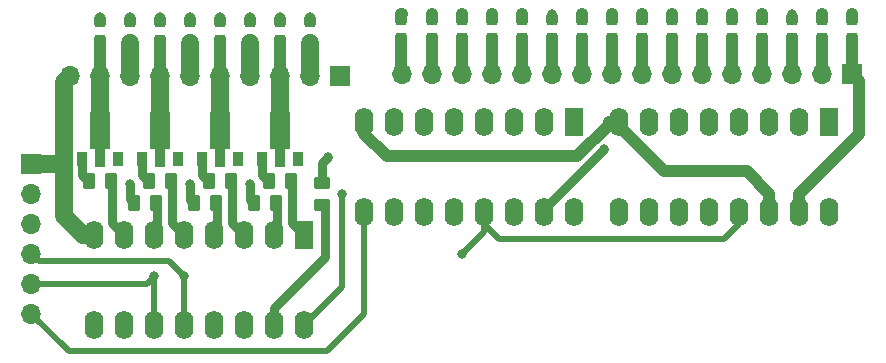
<source format=gbr>
%TF.GenerationSoftware,KiCad,Pcbnew,(7.0.0)*%
%TF.CreationDate,2023-09-21T15:04:23+02:00*%
%TF.ProjectId,hall_sensor_matrix_v2,68616c6c-5f73-4656-9e73-6f725f6d6174,rev?*%
%TF.SameCoordinates,Original*%
%TF.FileFunction,Copper,L1,Top*%
%TF.FilePolarity,Positive*%
%FSLAX46Y46*%
G04 Gerber Fmt 4.6, Leading zero omitted, Abs format (unit mm)*
G04 Created by KiCad (PCBNEW (7.0.0)) date 2023-09-21 15:04:23*
%MOMM*%
%LPD*%
G01*
G04 APERTURE LIST*
G04 Aperture macros list*
%AMRoundRect*
0 Rectangle with rounded corners*
0 $1 Rounding radius*
0 $2 $3 $4 $5 $6 $7 $8 $9 X,Y pos of 4 corners*
0 Add a 4 corners polygon primitive as box body*
4,1,4,$2,$3,$4,$5,$6,$7,$8,$9,$2,$3,0*
0 Add four circle primitives for the rounded corners*
1,1,$1+$1,$2,$3*
1,1,$1+$1,$4,$5*
1,1,$1+$1,$6,$7*
1,1,$1+$1,$8,$9*
0 Add four rect primitives between the rounded corners*
20,1,$1+$1,$2,$3,$4,$5,0*
20,1,$1+$1,$4,$5,$6,$7,0*
20,1,$1+$1,$6,$7,$8,$9,0*
20,1,$1+$1,$8,$9,$2,$3,0*%
%AMFreePoly0*
4,1,9,3.862500,-0.866500,0.737500,-0.866500,0.737500,-0.450000,-0.737500,-0.450000,-0.737500,0.450000,0.737500,0.450000,0.737500,0.866500,3.862500,0.866500,3.862500,-0.866500,3.862500,-0.866500,$1*%
G04 Aperture macros list end*
%TA.AperFunction,SMDPad,CuDef*%
%ADD10RoundRect,0.237500X-0.237500X0.287500X-0.237500X-0.287500X0.237500X-0.287500X0.237500X0.287500X0*%
%TD*%
%TA.AperFunction,SMDPad,CuDef*%
%ADD11RoundRect,0.237500X0.237500X-0.287500X0.237500X0.287500X-0.237500X0.287500X-0.237500X-0.287500X0*%
%TD*%
%TA.AperFunction,ComponentPad*%
%ADD12R,1.600000X2.400000*%
%TD*%
%TA.AperFunction,ComponentPad*%
%ADD13O,1.600000X2.400000*%
%TD*%
%TA.AperFunction,SMDPad,CuDef*%
%ADD14RoundRect,0.250000X0.262500X0.450000X-0.262500X0.450000X-0.262500X-0.450000X0.262500X-0.450000X0*%
%TD*%
%TA.AperFunction,SMDPad,CuDef*%
%ADD15R,0.900000X1.300000*%
%TD*%
%TA.AperFunction,SMDPad,CuDef*%
%ADD16FreePoly0,90.000000*%
%TD*%
%TA.AperFunction,SMDPad,CuDef*%
%ADD17RoundRect,0.250000X0.450000X-0.262500X0.450000X0.262500X-0.450000X0.262500X-0.450000X-0.262500X0*%
%TD*%
%TA.AperFunction,ComponentPad*%
%ADD18R,1.700000X1.700000*%
%TD*%
%TA.AperFunction,ComponentPad*%
%ADD19O,1.700000X1.700000*%
%TD*%
%TA.AperFunction,ViaPad*%
%ADD20C,0.800000*%
%TD*%
%TA.AperFunction,Conductor*%
%ADD21C,0.500000*%
%TD*%
%TA.AperFunction,Conductor*%
%ADD22C,1.000000*%
%TD*%
%TA.AperFunction,Conductor*%
%ADD23C,1.500000*%
%TD*%
%TA.AperFunction,Conductor*%
%ADD24C,0.800000*%
%TD*%
G04 APERTURE END LIST*
D10*
%TO.P,D4,1,K*%
%TO.N,Net-(D4-K)*%
X91088000Y-87784500D03*
%TO.P,D4,2,A*%
%TO.N,/C3*%
X91088000Y-89534500D03*
%TD*%
D11*
%TO.P,D19,1,K*%
%TO.N,/R10*%
X119155000Y-89365000D03*
%TO.P,D19,2,A*%
%TO.N,Net-(D19-A)*%
X119155000Y-87615000D03*
%TD*%
D10*
%TO.P,D2,1,K*%
%TO.N,Net-(D2-K)*%
X96168000Y-87784500D03*
%TO.P,D2,2,A*%
%TO.N,/C1*%
X96168000Y-89534500D03*
%TD*%
%TO.P,D8,1,K*%
%TO.N,Net-(D8-K)*%
X80928000Y-87784500D03*
%TO.P,D8,2,A*%
%TO.N,/C7*%
X80928000Y-89534500D03*
%TD*%
D12*
%TO.P,U1,1,QB*%
%TO.N,/d_C1*%
X98199999Y-105931499D03*
D13*
%TO.P,U1,2,QC*%
%TO.N,/d_C2*%
X95659999Y-105931499D03*
%TO.P,U1,3,QD*%
%TO.N,/d_C3*%
X93119999Y-105931499D03*
%TO.P,U1,4,QE*%
%TO.N,/d_C4*%
X90579999Y-105931499D03*
%TO.P,U1,5,QF*%
%TO.N,/d_C5*%
X88039999Y-105931499D03*
%TO.P,U1,6,QG*%
%TO.N,/d_C6*%
X85499999Y-105931499D03*
%TO.P,U1,7,QH*%
%TO.N,/d_C7*%
X82959999Y-105931499D03*
%TO.P,U1,8,GND*%
%TO.N,GND*%
X80419999Y-105931499D03*
%TO.P,U1,9,QHser*%
%TO.N,/Din_o*%
X80419999Y-113551499D03*
%TO.P,U1,10,~{SCLR}*%
%TO.N,+5V*%
X82959999Y-113551499D03*
%TO.P,U1,11,SCLK*%
%TO.N,/CLK*%
X85499999Y-113551499D03*
%TO.P,U1,12,RCLK*%
%TO.N,/Latch*%
X88039999Y-113551499D03*
%TO.P,U1,13,~{G}*%
%TO.N,GND*%
X90579999Y-113551499D03*
%TO.P,U1,14,SER*%
%TO.N,/Din*%
X93119999Y-113551499D03*
%TO.P,U1,15,QA*%
%TO.N,/d_C0*%
X95659999Y-113551499D03*
%TO.P,U1,16,VCC*%
%TO.N,+5V*%
X98199999Y-113551499D03*
%TD*%
D10*
%TO.P,D7,1,K*%
%TO.N,Net-(D7-K)*%
X83468000Y-87784500D03*
%TO.P,D7,2,A*%
%TO.N,/C6*%
X83468000Y-89534500D03*
%TD*%
D11*
%TO.P,D15,1,K*%
%TO.N,/R6*%
X129315000Y-89365000D03*
%TO.P,D15,2,A*%
%TO.N,Net-(D15-A)*%
X129315000Y-87615000D03*
%TD*%
D14*
%TO.P,R10,2*%
%TO.N,Net-(Q5-G)*%
X88905500Y-103264500D03*
%TO.P,R10,1*%
%TO.N,/d_C4*%
X90730500Y-103264500D03*
%TD*%
D11*
%TO.P,D23,1,K*%
%TO.N,/R14*%
X108995000Y-89365000D03*
%TO.P,D23,2,A*%
%TO.N,Net-(D23-A)*%
X108995000Y-87615000D03*
%TD*%
%TO.P,D22,1,K*%
%TO.N,/R13*%
X111535000Y-89365000D03*
%TO.P,D22,2,A*%
%TO.N,Net-(D22-A)*%
X111535000Y-87615000D03*
%TD*%
%TO.P,D20,1,K*%
%TO.N,/R11*%
X116615000Y-89365000D03*
%TO.P,D20,2,A*%
%TO.N,Net-(D20-A)*%
X116615000Y-87615000D03*
%TD*%
%TO.P,D14,1,K*%
%TO.N,/R5*%
X131855000Y-89365000D03*
%TO.P,D14,2,A*%
%TO.N,Net-(D14-A)*%
X131855000Y-87615000D03*
%TD*%
D15*
%TO.P,Q6,1,G*%
%TO.N,Net-(Q6-G)*%
X84507999Y-99499499D03*
D16*
%TO.P,Q6,2,D*%
%TO.N,/C5*%
X86008000Y-99412000D03*
D15*
%TO.P,Q6,3,S*%
%TO.N,+5V*%
X87507999Y-99499499D03*
%TD*%
%TO.P,Q8,1,G*%
%TO.N,Net-(Q8-G)*%
X79427999Y-99499499D03*
D16*
%TO.P,Q8,2,D*%
%TO.N,/C7*%
X80928000Y-99412000D03*
D15*
%TO.P,Q8,3,S*%
%TO.N,+5V*%
X82427999Y-99499499D03*
%TD*%
D11*
%TO.P,D11,1,K*%
%TO.N,/R2*%
X139475000Y-89365000D03*
%TO.P,D11,2,A*%
%TO.N,Net-(D11-A)*%
X139475000Y-87615000D03*
%TD*%
D14*
%TO.P,R4,1*%
%TO.N,/d_C1*%
X97080500Y-101359500D03*
%TO.P,R4,2*%
%TO.N,Net-(Q2-G)*%
X95255500Y-101359500D03*
%TD*%
D11*
%TO.P,D21,1,K*%
%TO.N,/R12*%
X114075000Y-89365000D03*
%TO.P,D21,2,A*%
%TO.N,Net-(D21-A)*%
X114075000Y-87615000D03*
%TD*%
D17*
%TO.P,R2,1*%
%TO.N,/d_C0*%
X99724000Y-103372500D03*
%TO.P,R2,2*%
%TO.N,Net-(Q1-G)*%
X99724000Y-101547500D03*
%TD*%
D18*
%TO.P,J3,1,Pin_1*%
%TO.N,/R0*%
X144554999Y-92299999D03*
D19*
%TO.P,J3,2,Pin_2*%
%TO.N,/R1*%
X142014999Y-92299999D03*
%TO.P,J3,3,Pin_3*%
%TO.N,/R2*%
X139474999Y-92299999D03*
%TO.P,J3,4,Pin_4*%
%TO.N,/R3*%
X136934999Y-92299999D03*
%TO.P,J3,5,Pin_5*%
%TO.N,/R4*%
X134394999Y-92299999D03*
%TO.P,J3,6,Pin_6*%
%TO.N,/R5*%
X131854999Y-92299999D03*
%TO.P,J3,7,Pin_7*%
%TO.N,/R6*%
X129314999Y-92299999D03*
%TO.P,J3,8,Pin_8*%
%TO.N,/R7*%
X126774999Y-92299999D03*
%TO.P,J3,9,Pin_9*%
%TO.N,/R8*%
X124234999Y-92299999D03*
%TO.P,J3,10,Pin_10*%
%TO.N,/R9*%
X121694999Y-92299999D03*
%TO.P,J3,11,Pin_11*%
%TO.N,/R10*%
X119154999Y-92299999D03*
%TO.P,J3,12,Pin_12*%
%TO.N,/R11*%
X116614999Y-92299999D03*
%TO.P,J3,13,Pin_13*%
%TO.N,/R12*%
X114074999Y-92299999D03*
%TO.P,J3,14,Pin_14*%
%TO.N,/R13*%
X111534999Y-92299999D03*
%TO.P,J3,15,Pin_15*%
%TO.N,/R14*%
X108994999Y-92299999D03*
%TO.P,J3,16,Pin_16*%
%TO.N,/R15*%
X106454999Y-92299999D03*
%TD*%
D10*
%TO.P,D1,1,K*%
%TO.N,Net-(D1-K)*%
X98708000Y-87784500D03*
%TO.P,D1,2,A*%
%TO.N,/C0*%
X98708000Y-89534500D03*
%TD*%
D12*
%TO.P,U3,1,B*%
%TO.N,/R9*%
X121044999Y-96363999D03*
D13*
%TO.P,U3,2,C*%
%TO.N,/R10*%
X118504999Y-96363999D03*
%TO.P,U3,3,D*%
%TO.N,/R11*%
X115964999Y-96363999D03*
%TO.P,U3,4,E*%
%TO.N,/R12*%
X113424999Y-96363999D03*
%TO.P,U3,5,F*%
%TO.N,/R13*%
X110884999Y-96363999D03*
%TO.P,U3,6,G*%
%TO.N,/R14*%
X108344999Y-96363999D03*
%TO.P,U3,7,H*%
%TO.N,/R15*%
X105804999Y-96363999D03*
%TO.P,U3,8,GND*%
%TO.N,GND*%
X103264999Y-96363999D03*
%TO.P,U3,9,QH*%
%TO.N,/Dout*%
X103264999Y-103983999D03*
%TO.P,U3,10,~{R}*%
%TO.N,+5V*%
X105804999Y-103983999D03*
%TO.P,U3,11,SCK*%
%TO.N,/CLK*%
X108344999Y-103983999D03*
%TO.P,U3,12,CLK*%
X110884999Y-103983999D03*
%TO.P,U3,13,~{SLoad}*%
%TO.N,/Latch*%
X113424999Y-103983999D03*
%TO.P,U3,14,SER*%
%TO.N,/Dout_1*%
X115964999Y-103983999D03*
%TO.P,U3,15,A*%
%TO.N,/R8*%
X118504999Y-103983999D03*
%TO.P,U3,16,VCC*%
%TO.N,+5V*%
X121044999Y-103983999D03*
%TD*%
D14*
%TO.P,R6,2*%
%TO.N,Net-(Q3-G)*%
X93985500Y-103264500D03*
%TO.P,R6,1*%
%TO.N,/d_C2*%
X95810500Y-103264500D03*
%TD*%
D10*
%TO.P,D6,1,K*%
%TO.N,Net-(D6-K)*%
X86008000Y-87784500D03*
%TO.P,D6,2,A*%
%TO.N,/C5*%
X86008000Y-89534500D03*
%TD*%
D15*
%TO.P,Q2,3,S*%
%TO.N,+5V*%
X97667999Y-99499499D03*
D16*
%TO.P,Q2,2,D*%
%TO.N,/C1*%
X96168000Y-99412000D03*
D15*
%TO.P,Q2,1,G*%
%TO.N,Net-(Q2-G)*%
X94667999Y-99499499D03*
%TD*%
D12*
%TO.P,U2,1,B*%
%TO.N,/R1*%
X142634999Y-96363999D03*
D13*
%TO.P,U2,2,C*%
%TO.N,/R2*%
X140094999Y-96363999D03*
%TO.P,U2,3,D*%
%TO.N,/R3*%
X137554999Y-96363999D03*
%TO.P,U2,4,E*%
%TO.N,/R4*%
X135014999Y-96363999D03*
%TO.P,U2,5,F*%
%TO.N,/R5*%
X132474999Y-96363999D03*
%TO.P,U2,6,G*%
%TO.N,/R6*%
X129934999Y-96363999D03*
%TO.P,U2,7,H*%
%TO.N,/R7*%
X127394999Y-96363999D03*
%TO.P,U2,8,GND*%
%TO.N,GND*%
X124854999Y-96363999D03*
%TO.P,U2,9,QH*%
%TO.N,/Dout_1*%
X124854999Y-103983999D03*
%TO.P,U2,10,~{R}*%
%TO.N,+5V*%
X127394999Y-103983999D03*
%TO.P,U2,11,SCK*%
%TO.N,/CLK*%
X129934999Y-103983999D03*
%TO.P,U2,12,CLK*%
X132474999Y-103983999D03*
%TO.P,U2,13,~{SLoad}*%
%TO.N,/Latch*%
X135014999Y-103983999D03*
%TO.P,U2,14,SER*%
%TO.N,GND*%
X137554999Y-103983999D03*
%TO.P,U2,15,A*%
%TO.N,/R0*%
X140094999Y-103983999D03*
%TO.P,U2,16,VCC*%
%TO.N,+5V*%
X142634999Y-103983999D03*
%TD*%
D14*
%TO.P,R8,1*%
%TO.N,/d_C3*%
X92000500Y-101359500D03*
%TO.P,R8,2*%
%TO.N,Net-(Q4-G)*%
X90175500Y-101359500D03*
%TD*%
D11*
%TO.P,D16,1,K*%
%TO.N,/R7*%
X126775000Y-89365000D03*
%TO.P,D16,2,A*%
%TO.N,Net-(D16-A)*%
X126775000Y-87615000D03*
%TD*%
%TO.P,D18,1,K*%
%TO.N,/R9*%
X121695000Y-89365000D03*
%TO.P,D18,2,A*%
%TO.N,Net-(D18-A)*%
X121695000Y-87615000D03*
%TD*%
D18*
%TO.P,J1,1,Pin_1*%
%TO.N,GND*%
X75085999Y-99919999D03*
D19*
%TO.P,J1,2,Pin_2*%
%TO.N,+5V*%
X75085999Y-102459999D03*
%TO.P,J1,3,Pin_3*%
%TO.N,/Din*%
X75085999Y-104999999D03*
%TO.P,J1,4,Pin_4*%
%TO.N,/Latch*%
X75085999Y-107539999D03*
%TO.P,J1,5,Pin_5*%
%TO.N,/CLK*%
X75085999Y-110079999D03*
%TO.P,J1,6,Pin_6*%
%TO.N,/Dout*%
X75085999Y-112619999D03*
%TD*%
D11*
%TO.P,D24,1,K*%
%TO.N,/R15*%
X106420000Y-89365000D03*
%TO.P,D24,2,A*%
%TO.N,Net-(D24-A)*%
X106420000Y-87615000D03*
%TD*%
D10*
%TO.P,D3,1,K*%
%TO.N,Net-(D3-K)*%
X93628000Y-87784500D03*
%TO.P,D3,2,A*%
%TO.N,/C2*%
X93628000Y-89534500D03*
%TD*%
D11*
%TO.P,D13,1,K*%
%TO.N,/R4*%
X134445000Y-89365000D03*
%TO.P,D13,2,A*%
%TO.N,Net-(D13-A)*%
X134445000Y-87615000D03*
%TD*%
D14*
%TO.P,R12,1*%
%TO.N,/d_C5*%
X86920500Y-101359500D03*
%TO.P,R12,2*%
%TO.N,Net-(Q6-G)*%
X85095500Y-101359500D03*
%TD*%
D10*
%TO.P,D5,1,K*%
%TO.N,Net-(D5-K)*%
X88548000Y-87784500D03*
%TO.P,D5,2,A*%
%TO.N,/C4*%
X88548000Y-89534500D03*
%TD*%
D18*
%TO.P,J2,1,Pin_1*%
%TO.N,GND*%
X101247999Y-92469499D03*
D19*
%TO.P,J2,2,Pin_2*%
%TO.N,/C0*%
X98707999Y-92469499D03*
%TO.P,J2,3,Pin_3*%
%TO.N,/C1*%
X96167999Y-92469499D03*
%TO.P,J2,4,Pin_4*%
%TO.N,/C2*%
X93627999Y-92469499D03*
%TO.P,J2,5,Pin_5*%
%TO.N,/C3*%
X91087999Y-92469499D03*
%TO.P,J2,6,Pin_6*%
%TO.N,/C4*%
X88547999Y-92469499D03*
%TO.P,J2,7,Pin_7*%
%TO.N,/C5*%
X86007999Y-92469499D03*
%TO.P,J2,8,Pin_8*%
%TO.N,/C6*%
X83467999Y-92469499D03*
%TO.P,J2,9,Pin_9*%
%TO.N,/C7*%
X80927999Y-92469499D03*
%TO.P,J2,10,Pin_10*%
%TO.N,GND*%
X78387999Y-92469499D03*
%TD*%
D11*
%TO.P,D9,1,K*%
%TO.N,/R0*%
X144555000Y-89365000D03*
%TO.P,D9,2,A*%
%TO.N,Net-(D9-A)*%
X144555000Y-87615000D03*
%TD*%
D14*
%TO.P,R16,1*%
%TO.N,/d_C7*%
X81840500Y-101359500D03*
%TO.P,R16,2*%
%TO.N,Net-(Q8-G)*%
X80015500Y-101359500D03*
%TD*%
D11*
%TO.P,D10,1,K*%
%TO.N,/R1*%
X142015000Y-89365000D03*
%TO.P,D10,2,A*%
%TO.N,Net-(D10-A)*%
X142015000Y-87615000D03*
%TD*%
%TO.P,D17,1,K*%
%TO.N,/R8*%
X124235000Y-89365000D03*
%TO.P,D17,2,A*%
%TO.N,Net-(D17-A)*%
X124235000Y-87615000D03*
%TD*%
%TO.P,D12,1,K*%
%TO.N,/R3*%
X136935000Y-89365000D03*
%TO.P,D12,2,A*%
%TO.N,Net-(D12-A)*%
X136935000Y-87615000D03*
%TD*%
D15*
%TO.P,Q4,1,G*%
%TO.N,Net-(Q4-G)*%
X89587999Y-99499499D03*
D16*
%TO.P,Q4,2,D*%
%TO.N,/C3*%
X91088000Y-99412000D03*
D15*
%TO.P,Q4,3,S*%
%TO.N,+5V*%
X92587999Y-99499499D03*
%TD*%
D14*
%TO.P,R14,2*%
%TO.N,Net-(Q7-G)*%
X83825500Y-103264500D03*
%TO.P,R14,1*%
%TO.N,/d_C6*%
X85650500Y-103264500D03*
%TD*%
D20*
%TO.N,+5V*%
X92612000Y-99581500D03*
X97692000Y-99581500D03*
X87532000Y-99581500D03*
X82452000Y-99581500D03*
X101375000Y-102460000D03*
%TO.N,Net-(D1-K)*%
X98708000Y-87474000D03*
%TO.N,Net-(D2-K)*%
X96168000Y-87474000D03*
%TO.N,Net-(D3-K)*%
X93628000Y-87474000D03*
%TO.N,Net-(D4-K)*%
X91088000Y-87474000D03*
%TO.N,Net-(D5-K)*%
X88548000Y-87474000D03*
%TO.N,Net-(D6-K)*%
X86008000Y-87474000D03*
%TO.N,Net-(D7-K)*%
X83468000Y-87474000D03*
%TO.N,Net-(D8-K)*%
X80928000Y-87474000D03*
%TO.N,/Latch*%
X111535000Y-107540000D03*
X88040000Y-109445000D03*
%TO.N,/CLK*%
X85500000Y-109445000D03*
%TO.N,/R8*%
X123600000Y-98650000D03*
%TO.N,Net-(Q1-G)*%
X100232000Y-99327500D03*
%TO.N,Net-(Q3-G)*%
X93628000Y-101613500D03*
%TO.N,Net-(Q5-G)*%
X88548000Y-101613500D03*
%TO.N,Net-(Q7-G)*%
X83468000Y-101613500D03*
%TO.N,Net-(D9-A)*%
X144555000Y-87220000D03*
%TO.N,Net-(D10-A)*%
X142015000Y-87220000D03*
%TO.N,Net-(D11-A)*%
X139475000Y-87220000D03*
%TO.N,Net-(D12-A)*%
X136935000Y-87220000D03*
%TO.N,Net-(D13-A)*%
X134395000Y-87220000D03*
%TO.N,Net-(D14-A)*%
X131855000Y-87220000D03*
%TO.N,Net-(D15-A)*%
X129315000Y-87220000D03*
%TO.N,Net-(D16-A)*%
X126775000Y-87220000D03*
%TO.N,Net-(D17-A)*%
X124235000Y-87220000D03*
%TO.N,Net-(D18-A)*%
X121695000Y-87220000D03*
%TO.N,Net-(D19-A)*%
X119155000Y-87220000D03*
%TO.N,Net-(D20-A)*%
X116615000Y-87220000D03*
%TO.N,Net-(D21-A)*%
X114075000Y-87220000D03*
%TO.N,Net-(D22-A)*%
X111535000Y-87220000D03*
%TO.N,Net-(D23-A)*%
X108995000Y-87220000D03*
%TO.N,Net-(D24-A)*%
X106455000Y-87220000D03*
%TD*%
D21*
%TO.N,+5V*%
X101375000Y-102460000D02*
X101375000Y-110376500D01*
X101375000Y-110376500D02*
X98200000Y-113551500D01*
D22*
%TO.N,GND*%
X124855000Y-96730000D02*
X128680000Y-100555000D01*
X123981000Y-96364000D02*
X123981000Y-96613000D01*
X121309000Y-99285000D02*
X105185000Y-99285000D01*
X124855000Y-96364000D02*
X124855000Y-96730000D01*
D23*
X77880000Y-92977500D02*
X78388000Y-92469500D01*
X80420000Y-105931500D02*
X79446500Y-105931500D01*
X77880000Y-104365000D02*
X77880000Y-99920000D01*
D22*
X137555000Y-102445000D02*
X137555000Y-103984000D01*
X103265000Y-97365000D02*
X103265000Y-96364000D01*
X135665000Y-100555000D02*
X137555000Y-102445000D01*
D23*
X79446500Y-105931500D02*
X77880000Y-104365000D01*
D22*
X128680000Y-100555000D02*
X135665000Y-100555000D01*
X105185000Y-99285000D02*
X103265000Y-97365000D01*
X124855000Y-96364000D02*
X123981000Y-96364000D01*
D23*
X77880000Y-99920000D02*
X77880000Y-92977500D01*
X75086000Y-99920000D02*
X77880000Y-99920000D01*
D22*
X123981000Y-96613000D02*
X121309000Y-99285000D01*
D23*
%TO.N,/C0*%
X98713000Y-89689500D02*
X98708000Y-89684500D01*
X98713000Y-92469500D02*
X98713000Y-89689500D01*
D22*
%TO.N,/C1*%
X96168000Y-92464500D02*
X96173000Y-92469500D01*
D23*
X96173000Y-92469500D02*
X96173000Y-95512500D01*
D22*
X96168000Y-89684500D02*
X96168000Y-92464500D01*
D23*
%TO.N,/C2*%
X93633000Y-92469500D02*
X93633000Y-89689500D01*
X93633000Y-89689500D02*
X93628000Y-89684500D01*
D22*
%TO.N,/C3*%
X91088000Y-89684500D02*
X91088000Y-92464500D01*
X91088000Y-92464500D02*
X91093000Y-92469500D01*
D23*
X91093000Y-92469500D02*
X91093000Y-95512500D01*
%TO.N,/C4*%
X88553000Y-92469500D02*
X88553000Y-89689500D01*
X88553000Y-89689500D02*
X88548000Y-89684500D01*
%TO.N,/C5*%
X86013000Y-92469500D02*
X86013000Y-95512500D01*
D22*
X86008000Y-92464500D02*
X86013000Y-92469500D01*
X86008000Y-89684500D02*
X86008000Y-92464500D01*
D23*
%TO.N,/C6*%
X83473000Y-92469500D02*
X83473000Y-89689500D01*
X83473000Y-89689500D02*
X83468000Y-89684500D01*
D22*
%TO.N,/C7*%
X80928000Y-92464500D02*
X80933000Y-92469500D01*
X80928000Y-89684500D02*
X80928000Y-92464500D01*
D23*
X80933000Y-92469500D02*
X80933000Y-95512500D01*
D21*
%TO.N,/Dout*%
X103265000Y-103984000D02*
X103265000Y-112635000D01*
X103265000Y-112635000D02*
X100105000Y-115795000D01*
X75086000Y-112620000D02*
X78261000Y-115795000D01*
X78261000Y-115795000D02*
X100105000Y-115795000D01*
%TO.N,/Latch*%
X133760000Y-106270000D02*
X114710000Y-106270000D01*
X113425000Y-105650000D02*
X111535000Y-107540000D01*
X135015000Y-103984000D02*
X135015000Y-105015000D01*
X86770000Y-108175000D02*
X88040000Y-109445000D01*
X135015000Y-105015000D02*
X133760000Y-106270000D01*
X113425000Y-103984000D02*
X113425000Y-105650000D01*
X75721000Y-108175000D02*
X86770000Y-108175000D01*
X113425000Y-104985000D02*
X113425000Y-103984000D01*
X75086000Y-107540000D02*
X75721000Y-108175000D01*
X114710000Y-106270000D02*
X113425000Y-104985000D01*
X88040000Y-109445000D02*
X88040000Y-113551500D01*
%TO.N,/CLK*%
X84865000Y-110080000D02*
X85500000Y-109445000D01*
X75086000Y-110080000D02*
X84865000Y-110080000D01*
X85500000Y-109445000D02*
X85500000Y-113551500D01*
D22*
%TO.N,/R0*%
X145190000Y-97380000D02*
X145190000Y-92935000D01*
X140095000Y-102475000D02*
X145190000Y-97380000D01*
X144555000Y-92300000D02*
X144555000Y-89365000D01*
X140095000Y-103984000D02*
X140095000Y-102475000D01*
X145190000Y-92935000D02*
X144555000Y-92300000D01*
%TO.N,/R1*%
X142015000Y-89365000D02*
X142015000Y-92300000D01*
%TO.N,/R2*%
X139475000Y-89365000D02*
X139475000Y-91665000D01*
%TO.N,/R3*%
X136935000Y-92300000D02*
X136935000Y-89365000D01*
%TO.N,/R4*%
X134445000Y-92250000D02*
X134395000Y-92300000D01*
X134445000Y-89365000D02*
X134445000Y-92250000D01*
%TO.N,/R5*%
X131855000Y-89365000D02*
X131855000Y-92300000D01*
%TO.N,/R6*%
X129315000Y-92300000D02*
X129315000Y-89365000D01*
%TO.N,/R7*%
X126775000Y-89365000D02*
X126775000Y-92300000D01*
D24*
%TO.N,/R8*%
X118505000Y-103745000D02*
X123600000Y-98650000D01*
D22*
X124235000Y-92300000D02*
X124235000Y-89365000D01*
D24*
X118505000Y-103984000D02*
X118505000Y-103745000D01*
D22*
%TO.N,/R9*%
X121695000Y-89365000D02*
X121695000Y-92300000D01*
%TO.N,/R10*%
X119155000Y-92300000D02*
X119155000Y-89365000D01*
%TO.N,/R11*%
X116615000Y-89365000D02*
X116615000Y-92300000D01*
%TO.N,/R12*%
X114075000Y-89365000D02*
X114075000Y-92300000D01*
%TO.N,/R13*%
X111535000Y-89365000D02*
X111535000Y-92300000D01*
%TO.N,/R14*%
X108995000Y-89365000D02*
X108995000Y-92300000D01*
%TO.N,/R15*%
X106420000Y-92265000D02*
X106455000Y-92300000D01*
X106420000Y-89365000D02*
X106420000Y-92265000D01*
D24*
%TO.N,/d_C0*%
X95660000Y-112112000D02*
X99978000Y-107794000D01*
X95660000Y-113551500D02*
X95660000Y-112112000D01*
X99978000Y-103714000D02*
X99724000Y-103460000D01*
X99978000Y-107794000D02*
X99978000Y-103714000D01*
%TO.N,Net-(Q1-G)*%
X99724000Y-99835500D02*
X100232000Y-99327500D01*
X99724000Y-101460000D02*
X99724000Y-99835500D01*
%TO.N,/d_C1*%
X97168000Y-104899500D02*
X98200000Y-105931500D01*
X97168000Y-101359500D02*
X97168000Y-104899500D01*
%TO.N,Net-(Q2-G)*%
X94668000Y-100859500D02*
X95168000Y-101359500D01*
X94668000Y-99499500D02*
X94668000Y-100859500D01*
%TO.N,/d_C2*%
X95898000Y-103264500D02*
X95898000Y-105693500D01*
X95898000Y-105693500D02*
X95660000Y-105931500D01*
%TO.N,Net-(Q3-G)*%
X93628000Y-101613500D02*
X93628000Y-102994500D01*
X93628000Y-102994500D02*
X93898000Y-103264500D01*
%TO.N,/d_C3*%
X92088000Y-104899500D02*
X93120000Y-105931500D01*
X92088000Y-101359500D02*
X92088000Y-104899500D01*
%TO.N,Net-(Q4-G)*%
X89588000Y-99499500D02*
X89588000Y-100859500D01*
X89588000Y-100859500D02*
X90088000Y-101359500D01*
%TO.N,/d_C4*%
X90818000Y-103264500D02*
X90818000Y-105693500D01*
X90818000Y-105693500D02*
X90580000Y-105931500D01*
%TO.N,Net-(Q5-G)*%
X88548000Y-101613500D02*
X88548000Y-102994500D01*
X88548000Y-102994500D02*
X88818000Y-103264500D01*
%TO.N,/d_C5*%
X87008000Y-104899500D02*
X88040000Y-105931500D01*
X87008000Y-101359500D02*
X87008000Y-104899500D01*
%TO.N,Net-(Q6-G)*%
X84508000Y-100859500D02*
X85008000Y-101359500D01*
X84508000Y-99499500D02*
X84508000Y-100859500D01*
%TO.N,/d_C6*%
X85738000Y-103264500D02*
X85738000Y-105693500D01*
X85738000Y-105693500D02*
X85500000Y-105931500D01*
%TO.N,Net-(Q7-G)*%
X83738000Y-103153500D02*
X83468000Y-102883500D01*
X83468000Y-102883500D02*
X83468000Y-101613500D01*
X83738000Y-103264500D02*
X83738000Y-103153500D01*
%TO.N,/d_C7*%
X81928000Y-101359500D02*
X81928000Y-104899500D01*
X81928000Y-104899500D02*
X82960000Y-105931500D01*
%TO.N,Net-(Q8-G)*%
X79428000Y-100859500D02*
X79928000Y-101359500D01*
X79428000Y-99499500D02*
X79428000Y-100859500D01*
D22*
%TO.N,Net-(D9-A)*%
X144555000Y-87615000D02*
X144555000Y-87220000D01*
%TO.N,Net-(D10-A)*%
X142015000Y-87615000D02*
X142015000Y-87220000D01*
%TO.N,Net-(D12-A)*%
X136935000Y-87615000D02*
X136935000Y-87220000D01*
%TO.N,Net-(D13-A)*%
X134445000Y-87615000D02*
X134445000Y-87270000D01*
X134445000Y-87270000D02*
X134395000Y-87220000D01*
%TO.N,Net-(D14-A)*%
X131855000Y-87615000D02*
X131855000Y-87220000D01*
%TO.N,Net-(D15-A)*%
X129315000Y-87615000D02*
X129315000Y-87220000D01*
%TO.N,Net-(D16-A)*%
X126775000Y-87615000D02*
X126775000Y-87220000D01*
%TO.N,Net-(D17-A)*%
X124235000Y-87615000D02*
X124235000Y-87220000D01*
%TO.N,Net-(D18-A)*%
X121695000Y-87615000D02*
X121695000Y-87220000D01*
%TO.N,Net-(D20-A)*%
X116615000Y-87615000D02*
X116615000Y-87220000D01*
%TO.N,Net-(D21-A)*%
X114075000Y-87615000D02*
X114075000Y-87220000D01*
%TO.N,Net-(D22-A)*%
X111535000Y-87615000D02*
X111535000Y-87220000D01*
%TO.N,Net-(D23-A)*%
X108995000Y-87615000D02*
X108995000Y-87220000D01*
%TO.N,Net-(D24-A)*%
X106420000Y-87615000D02*
X106420000Y-87255000D01*
X106420000Y-87255000D02*
X106455000Y-87220000D01*
%TD*%
M02*

</source>
